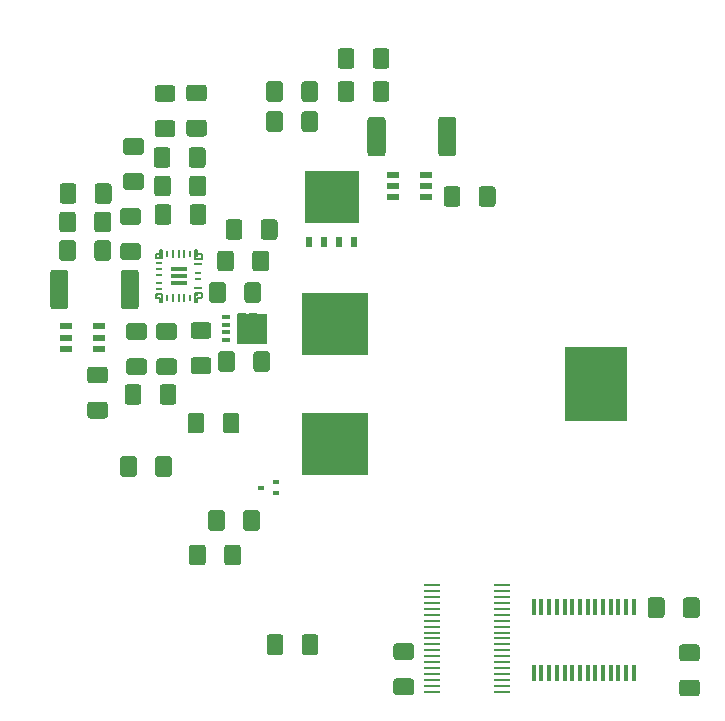
<source format=gbr>
G04 #@! TF.GenerationSoftware,KiCad,Pcbnew,(5.1.10)-1*
G04 #@! TF.CreationDate,2021-05-18T15:00:51+02:00*
G04 #@! TF.ProjectId,PEE50_MPPT,50454535-305f-44d5-9050-542e6b696361,rev?*
G04 #@! TF.SameCoordinates,Original*
G04 #@! TF.FileFunction,Paste,Top*
G04 #@! TF.FilePolarity,Positive*
%FSLAX46Y46*%
G04 Gerber Fmt 4.6, Leading zero omitted, Abs format (unit mm)*
G04 Created by KiCad (PCBNEW (5.1.10)-1) date 2021-05-18 15:00:51*
%MOMM*%
%LPD*%
G01*
G04 APERTURE LIST*
%ADD10C,0.152400*%
%ADD11C,0.306367*%
%ADD12R,0.249999X0.599999*%
%ADD13R,0.249999X0.725000*%
%ADD14C,0.289687*%
%ADD15R,0.625000X0.249999*%
%ADD16C,0.258750*%
%ADD17C,0.332306*%
%ADD18R,0.675000X0.249999*%
%ADD19R,0.599999X0.249999*%
%ADD20R,1.425001X0.375001*%
%ADD21R,0.354800X1.461999*%
%ADD22R,1.404099X0.279400*%
%ADD23R,5.283200X6.350000*%
%ADD24R,5.588000X5.334000*%
%ADD25R,0.508000X0.355600*%
%ADD26R,4.570001X4.490001*%
%ADD27R,0.509999X0.910001*%
%ADD28R,2.510000X2.550000*%
%ADD29R,0.700001X0.399999*%
%ADD30R,0.977900X0.558800*%
G04 APERTURE END LIST*
D10*
X40541800Y-74481800D02*
X40591800Y-74431800D01*
X40541800Y-75156800D02*
X40541800Y-74481800D01*
X40591800Y-75206800D02*
X40541800Y-75156800D01*
X41066798Y-75206800D02*
X40591800Y-75206800D01*
X41116798Y-75156800D02*
X41066798Y-75206800D01*
X41116800Y-74856801D02*
X41116798Y-75156800D01*
X41066798Y-74806801D02*
X41116800Y-74856801D01*
X40766798Y-74806801D02*
X41066798Y-74806801D01*
X40766798Y-74481800D02*
X40766798Y-74806801D01*
X40716798Y-74431800D02*
X40766798Y-74481800D01*
X40591800Y-74431800D02*
X40716798Y-74431800D01*
X40716798Y-78831802D02*
X40591800Y-78831802D01*
X40766798Y-78781802D02*
X40716798Y-78831802D01*
X40766798Y-78456801D02*
X40766798Y-78781802D01*
X41066798Y-78456801D02*
X40766798Y-78456801D01*
X41116800Y-78406801D02*
X41066798Y-78456801D01*
X41116798Y-78106802D02*
X41116800Y-78406801D01*
X41066798Y-78056799D02*
X41116798Y-78106802D01*
X40591800Y-78056802D02*
X41066798Y-78056799D01*
X40541798Y-78106802D02*
X40591800Y-78056802D01*
X40541798Y-78781802D02*
X40541798Y-78106802D01*
X40591800Y-78831799D02*
X40541798Y-78781802D01*
X40591800Y-78831802D02*
X40591800Y-78831799D01*
X37567800Y-74481800D02*
X37617798Y-74431800D01*
X37567798Y-74781802D02*
X37567800Y-74481800D01*
X37267798Y-74781802D02*
X37567798Y-74781802D01*
X37217799Y-74831802D02*
X37267798Y-74781802D01*
X37217799Y-75081802D02*
X37217799Y-74831802D01*
X37267798Y-75131801D02*
X37217799Y-75081802D01*
X37742799Y-75131801D02*
X37267798Y-75131801D01*
X37792799Y-75081802D02*
X37742799Y-75131801D01*
X37792799Y-74481800D02*
X37792799Y-75081802D01*
X37742799Y-74431800D02*
X37792799Y-74481800D01*
X37617798Y-74431800D02*
X37742799Y-74431800D01*
X37742799Y-78831802D02*
X37617798Y-78831802D01*
X37792801Y-78781802D02*
X37742799Y-78831802D01*
X37792799Y-78181800D02*
X37792801Y-78781802D01*
X37742799Y-78131801D02*
X37792799Y-78181800D01*
X37267798Y-78131801D02*
X37742799Y-78131801D01*
X37217799Y-78181800D02*
X37267798Y-78131801D01*
X37217799Y-78431800D02*
X37217799Y-78181800D01*
X37267798Y-78481800D02*
X37217799Y-78431800D01*
X37567798Y-78481800D02*
X37267798Y-78481800D01*
X37567800Y-78781802D02*
X37567798Y-78481800D01*
X37617798Y-78831802D02*
X37567800Y-78781802D01*
X52695799Y-72086804D02*
X51545799Y-72086804D01*
X51545799Y-72086804D02*
X51536045Y-72085841D01*
X51536045Y-72085841D02*
X51526665Y-72082996D01*
X51526665Y-72082996D02*
X51518021Y-72078376D01*
X51518021Y-72078376D02*
X51510445Y-72072158D01*
X51510445Y-72072158D02*
X51504227Y-72064581D01*
X51504227Y-72064581D02*
X51499604Y-72055938D01*
X51499604Y-72055938D02*
X51496759Y-72046557D01*
X51496759Y-72046557D02*
X51495799Y-72036801D01*
X51495799Y-72036801D02*
X51495799Y-70556804D01*
X51495799Y-70556804D02*
X51496759Y-70547048D01*
X51496759Y-70547048D02*
X51499604Y-70537668D01*
X51499604Y-70537668D02*
X51504227Y-70529024D01*
X51504227Y-70529024D02*
X51510445Y-70521447D01*
X51510445Y-70521447D02*
X51518021Y-70515230D01*
X51518021Y-70515230D02*
X51526665Y-70510609D01*
X51526665Y-70510609D02*
X51536045Y-70507764D01*
X51536045Y-70507764D02*
X51545799Y-70506804D01*
X51545799Y-70506804D02*
X52695799Y-70506804D01*
X52695799Y-70506804D02*
X52705553Y-70507764D01*
X52705553Y-70507764D02*
X52714933Y-70510609D01*
X52714933Y-70510609D02*
X52723577Y-70515230D01*
X52723577Y-70515230D02*
X52731153Y-70521447D01*
X52731153Y-70521447D02*
X52737371Y-70529024D01*
X52737371Y-70529024D02*
X52741994Y-70537668D01*
X52741994Y-70537668D02*
X52744839Y-70547048D01*
X52744839Y-70547048D02*
X52745799Y-70556804D01*
X52745799Y-70556804D02*
X52745799Y-72036801D01*
X52745799Y-72036801D02*
X52744839Y-72046557D01*
X52744839Y-72046557D02*
X52741994Y-72055938D01*
X52741994Y-72055938D02*
X52737371Y-72064581D01*
X52737371Y-72064581D02*
X52731153Y-72072158D01*
X52731153Y-72072158D02*
X52723577Y-72078376D01*
X52723577Y-72078376D02*
X52714933Y-72082996D01*
X52714933Y-72082996D02*
X52705553Y-72085841D01*
X52705553Y-72085841D02*
X52695799Y-72086804D01*
X51545799Y-68726800D02*
X52695799Y-68726800D01*
X52695799Y-68726800D02*
X52705553Y-68727763D01*
X52705553Y-68727763D02*
X52714933Y-68730608D01*
X52714933Y-68730608D02*
X52723577Y-68735228D01*
X52723577Y-68735228D02*
X52731153Y-68741446D01*
X52731153Y-68741446D02*
X52737371Y-68749023D01*
X52737371Y-68749023D02*
X52741994Y-68757666D01*
X52741994Y-68757666D02*
X52744839Y-68767047D01*
X52744839Y-68767047D02*
X52745799Y-68776803D01*
X52745799Y-68776803D02*
X52745799Y-70256800D01*
X52745799Y-70256800D02*
X52744839Y-70266556D01*
X52744839Y-70266556D02*
X52741994Y-70275936D01*
X52741994Y-70275936D02*
X52737371Y-70284580D01*
X52737371Y-70284580D02*
X52731153Y-70292157D01*
X52731153Y-70292157D02*
X52723577Y-70298375D01*
X52723577Y-70298375D02*
X52714933Y-70302995D01*
X52714933Y-70302995D02*
X52705553Y-70305840D01*
X52705553Y-70305840D02*
X52695799Y-70306800D01*
X52695799Y-70306800D02*
X51545799Y-70306800D01*
X51545799Y-70306800D02*
X51536045Y-70305840D01*
X51536045Y-70305840D02*
X51526665Y-70302995D01*
X51526665Y-70302995D02*
X51518021Y-70298375D01*
X51518021Y-70298375D02*
X51510445Y-70292157D01*
X51510445Y-70292157D02*
X51504227Y-70284580D01*
X51504227Y-70284580D02*
X51499604Y-70275936D01*
X51499604Y-70275936D02*
X51496759Y-70266556D01*
X51496759Y-70266556D02*
X51495799Y-70256800D01*
X51495799Y-70256800D02*
X51495799Y-68776803D01*
X51495799Y-68776803D02*
X51496759Y-68767047D01*
X51496759Y-68767047D02*
X51499604Y-68757666D01*
X51499604Y-68757666D02*
X51504227Y-68749023D01*
X51504227Y-68749023D02*
X51510445Y-68741446D01*
X51510445Y-68741446D02*
X51518021Y-68735228D01*
X51518021Y-68735228D02*
X51526665Y-68730608D01*
X51526665Y-68730608D02*
X51536045Y-68727763D01*
X51536045Y-68727763D02*
X51545799Y-68726800D01*
X50095799Y-68726800D02*
X51245799Y-68726800D01*
X51245799Y-68726800D02*
X51255553Y-68727763D01*
X51255553Y-68727763D02*
X51264933Y-68730608D01*
X51264933Y-68730608D02*
X51273577Y-68735228D01*
X51273577Y-68735228D02*
X51281154Y-68741446D01*
X51281154Y-68741446D02*
X51287372Y-68749023D01*
X51287372Y-68749023D02*
X51291994Y-68757666D01*
X51291994Y-68757666D02*
X51294839Y-68767047D01*
X51294839Y-68767047D02*
X51295799Y-68776803D01*
X51295799Y-68776803D02*
X51295799Y-70256800D01*
X51295799Y-70256800D02*
X51294839Y-70266556D01*
X51294839Y-70266556D02*
X51291994Y-70275936D01*
X51291994Y-70275936D02*
X51287372Y-70284580D01*
X51287372Y-70284580D02*
X51281154Y-70292157D01*
X51281154Y-70292157D02*
X51273577Y-70298375D01*
X51273577Y-70298375D02*
X51264933Y-70302995D01*
X51264933Y-70302995D02*
X51255553Y-70305840D01*
X51255553Y-70305840D02*
X51245799Y-70306800D01*
X51245799Y-70306800D02*
X50095799Y-70306800D01*
X50095799Y-70306800D02*
X50086046Y-70305840D01*
X50086046Y-70305840D02*
X50076665Y-70302995D01*
X50076665Y-70302995D02*
X50068022Y-70298375D01*
X50068022Y-70298375D02*
X50060445Y-70292157D01*
X50060445Y-70292157D02*
X50054227Y-70284580D01*
X50054227Y-70284580D02*
X50049604Y-70275936D01*
X50049604Y-70275936D02*
X50046759Y-70266556D01*
X50046759Y-70266556D02*
X50045799Y-70256800D01*
X50045799Y-70256800D02*
X50045799Y-68776803D01*
X50045799Y-68776803D02*
X50046759Y-68767047D01*
X50046759Y-68767047D02*
X50049604Y-68757666D01*
X50049604Y-68757666D02*
X50054227Y-68749023D01*
X50054227Y-68749023D02*
X50060445Y-68741446D01*
X50060445Y-68741446D02*
X50068022Y-68735228D01*
X50068022Y-68735228D02*
X50076665Y-68730608D01*
X50076665Y-68730608D02*
X50086046Y-68727763D01*
X50086046Y-68727763D02*
X50095799Y-68726800D01*
X51245799Y-72086804D02*
X50095799Y-72086804D01*
X50095799Y-72086804D02*
X50086046Y-72085841D01*
X50086046Y-72085841D02*
X50076665Y-72082996D01*
X50076665Y-72082996D02*
X50068022Y-72078376D01*
X50068022Y-72078376D02*
X50060445Y-72072158D01*
X50060445Y-72072158D02*
X50054227Y-72064581D01*
X50054227Y-72064581D02*
X50049604Y-72055938D01*
X50049604Y-72055938D02*
X50046759Y-72046557D01*
X50046759Y-72046557D02*
X50045799Y-72036801D01*
X50045799Y-72036801D02*
X50045799Y-70556804D01*
X50045799Y-70556804D02*
X50046759Y-70547048D01*
X50046759Y-70547048D02*
X50049604Y-70537668D01*
X50049604Y-70537668D02*
X50054227Y-70529024D01*
X50054227Y-70529024D02*
X50060445Y-70521447D01*
X50060445Y-70521447D02*
X50068022Y-70515230D01*
X50068022Y-70515230D02*
X50076665Y-70510609D01*
X50076665Y-70510609D02*
X50086046Y-70507764D01*
X50086046Y-70507764D02*
X50095799Y-70506804D01*
X50095799Y-70506804D02*
X51245799Y-70506804D01*
X51245799Y-70506804D02*
X51255553Y-70507764D01*
X51255553Y-70507764D02*
X51264933Y-70510609D01*
X51264933Y-70510609D02*
X51273577Y-70515230D01*
X51273577Y-70515230D02*
X51281154Y-70521447D01*
X51281154Y-70521447D02*
X51287372Y-70529024D01*
X51287372Y-70529024D02*
X51291994Y-70537668D01*
X51291994Y-70537668D02*
X51294839Y-70547048D01*
X51294839Y-70547048D02*
X51295799Y-70556804D01*
X51295799Y-70556804D02*
X51295799Y-72036801D01*
X51295799Y-72036801D02*
X51294839Y-72046557D01*
X51294839Y-72046557D02*
X51291994Y-72055938D01*
X51291994Y-72055938D02*
X51287372Y-72064581D01*
X51287372Y-72064581D02*
X51281154Y-72072158D01*
X51281154Y-72072158D02*
X51273577Y-72078376D01*
X51273577Y-72078376D02*
X51264933Y-72082996D01*
X51264933Y-72082996D02*
X51255553Y-72085841D01*
X51255553Y-72085841D02*
X51245799Y-72086804D01*
X54145799Y-72086804D02*
X52995799Y-72086804D01*
X52995799Y-72086804D02*
X52986045Y-72085841D01*
X52986045Y-72085841D02*
X52976665Y-72082996D01*
X52976665Y-72082996D02*
X52968021Y-72078376D01*
X52968021Y-72078376D02*
X52960444Y-72072158D01*
X52960444Y-72072158D02*
X52954226Y-72064581D01*
X52954226Y-72064581D02*
X52949604Y-72055938D01*
X52949604Y-72055938D02*
X52946759Y-72046557D01*
X52946759Y-72046557D02*
X52945799Y-72036801D01*
X52945799Y-72036801D02*
X52945799Y-70556804D01*
X52945799Y-70556804D02*
X52946759Y-70547048D01*
X52946759Y-70547048D02*
X52949604Y-70537668D01*
X52949604Y-70537668D02*
X52954226Y-70529024D01*
X52954226Y-70529024D02*
X52960444Y-70521447D01*
X52960444Y-70521447D02*
X52968021Y-70515230D01*
X52968021Y-70515230D02*
X52976665Y-70510609D01*
X52976665Y-70510609D02*
X52986045Y-70507764D01*
X52986045Y-70507764D02*
X52995799Y-70506804D01*
X52995799Y-70506804D02*
X54145799Y-70506804D01*
X54145799Y-70506804D02*
X54155552Y-70507764D01*
X54155552Y-70507764D02*
X54164933Y-70510609D01*
X54164933Y-70510609D02*
X54173576Y-70515230D01*
X54173576Y-70515230D02*
X54181153Y-70521447D01*
X54181153Y-70521447D02*
X54187371Y-70529024D01*
X54187371Y-70529024D02*
X54191994Y-70537668D01*
X54191994Y-70537668D02*
X54194839Y-70547048D01*
X54194839Y-70547048D02*
X54195799Y-70556804D01*
X54195799Y-70556804D02*
X54195799Y-72036801D01*
X54195799Y-72036801D02*
X54194839Y-72046557D01*
X54194839Y-72046557D02*
X54191994Y-72055938D01*
X54191994Y-72055938D02*
X54187371Y-72064581D01*
X54187371Y-72064581D02*
X54181153Y-72072158D01*
X54181153Y-72072158D02*
X54173576Y-72078376D01*
X54173576Y-72078376D02*
X54164933Y-72082996D01*
X54164933Y-72082996D02*
X54155552Y-72085841D01*
X54155552Y-72085841D02*
X54145799Y-72086804D01*
X52995799Y-68726800D02*
X54145799Y-68726800D01*
X54145799Y-68726800D02*
X54155552Y-68727763D01*
X54155552Y-68727763D02*
X54164933Y-68730608D01*
X54164933Y-68730608D02*
X54173576Y-68735228D01*
X54173576Y-68735228D02*
X54181153Y-68741446D01*
X54181153Y-68741446D02*
X54187371Y-68749023D01*
X54187371Y-68749023D02*
X54191994Y-68757666D01*
X54191994Y-68757666D02*
X54194839Y-68767047D01*
X54194839Y-68767047D02*
X54195799Y-68776803D01*
X54195799Y-68776803D02*
X54195799Y-70256800D01*
X54195799Y-70256800D02*
X54194839Y-70266556D01*
X54194839Y-70266556D02*
X54191994Y-70275936D01*
X54191994Y-70275936D02*
X54187371Y-70284580D01*
X54187371Y-70284580D02*
X54181153Y-70292157D01*
X54181153Y-70292157D02*
X54173576Y-70298375D01*
X54173576Y-70298375D02*
X54164933Y-70302995D01*
X54164933Y-70302995D02*
X54155552Y-70305840D01*
X54155552Y-70305840D02*
X54145799Y-70306800D01*
X54145799Y-70306800D02*
X52995799Y-70306800D01*
X52995799Y-70306800D02*
X52986045Y-70305840D01*
X52986045Y-70305840D02*
X52976665Y-70302995D01*
X52976665Y-70302995D02*
X52968021Y-70298375D01*
X52968021Y-70298375D02*
X52960444Y-70292157D01*
X52960444Y-70292157D02*
X52954226Y-70284580D01*
X52954226Y-70284580D02*
X52949604Y-70275936D01*
X52949604Y-70275936D02*
X52946759Y-70266556D01*
X52946759Y-70266556D02*
X52945799Y-70256800D01*
X52945799Y-70256800D02*
X52945799Y-68776803D01*
X52945799Y-68776803D02*
X52946759Y-68767047D01*
X52946759Y-68767047D02*
X52949604Y-68757666D01*
X52949604Y-68757666D02*
X52954226Y-68749023D01*
X52954226Y-68749023D02*
X52960444Y-68741446D01*
X52960444Y-68741446D02*
X52968021Y-68735228D01*
X52968021Y-68735228D02*
X52976665Y-68730608D01*
X52976665Y-68730608D02*
X52986045Y-68727763D01*
X52986045Y-68727763D02*
X52995799Y-68726800D01*
X44899797Y-79901157D02*
X44899797Y-80927454D01*
X44899797Y-80927454D02*
X44898850Y-80937083D01*
X44898850Y-80937083D02*
X44896043Y-80946342D01*
X44896043Y-80946342D02*
X44891481Y-80954873D01*
X44891481Y-80954873D02*
X44885345Y-80962351D01*
X44885345Y-80962351D02*
X44877867Y-80968488D01*
X44877867Y-80968488D02*
X44869335Y-80973050D01*
X44869335Y-80973050D02*
X44860077Y-80975856D01*
X44860077Y-80975856D02*
X44850448Y-80976806D01*
X44850448Y-80976806D02*
X44244150Y-80976806D01*
X44244150Y-80976806D02*
X44234521Y-80975856D01*
X44234521Y-80975856D02*
X44225262Y-80973050D01*
X44225262Y-80973050D02*
X44216730Y-80968488D01*
X44216730Y-80968488D02*
X44209253Y-80962351D01*
X44209253Y-80962351D02*
X44203116Y-80954873D01*
X44203116Y-80954873D02*
X44198554Y-80946342D01*
X44198554Y-80946342D02*
X44195748Y-80937083D01*
X44195748Y-80937083D02*
X44194798Y-80927454D01*
X44194798Y-80927454D02*
X44194798Y-79901157D01*
X44194798Y-79901157D02*
X44195748Y-79891528D01*
X44195748Y-79891528D02*
X44198554Y-79882269D01*
X44198554Y-79882269D02*
X44203116Y-79873738D01*
X44203116Y-79873738D02*
X44209253Y-79866260D01*
X44209253Y-79866260D02*
X44216730Y-79860123D01*
X44216730Y-79860123D02*
X44225262Y-79855561D01*
X44225262Y-79855561D02*
X44234521Y-79852755D01*
X44234521Y-79852755D02*
X44244150Y-79851807D01*
X44244150Y-79851807D02*
X44850448Y-79851807D01*
X44850448Y-79851807D02*
X44860077Y-79852755D01*
X44860077Y-79852755D02*
X44869335Y-79855561D01*
X44869335Y-79855561D02*
X44877867Y-79860123D01*
X44877867Y-79860123D02*
X44885345Y-79866260D01*
X44885345Y-79866260D02*
X44891481Y-79873738D01*
X44891481Y-79873738D02*
X44896043Y-79882269D01*
X44896043Y-79882269D02*
X44898850Y-79891528D01*
X44898850Y-79891528D02*
X44899797Y-79901157D01*
X44899797Y-81226153D02*
X44899797Y-82252450D01*
X44899797Y-82252450D02*
X44898850Y-82262079D01*
X44898850Y-82262079D02*
X44896043Y-82271338D01*
X44896043Y-82271338D02*
X44891481Y-82279869D01*
X44891481Y-82279869D02*
X44885345Y-82287347D01*
X44885345Y-82287347D02*
X44877867Y-82293484D01*
X44877867Y-82293484D02*
X44869335Y-82298046D01*
X44869335Y-82298046D02*
X44860077Y-82300852D01*
X44860077Y-82300852D02*
X44850448Y-82301800D01*
X44850448Y-82301800D02*
X44244150Y-82301800D01*
X44244150Y-82301800D02*
X44234521Y-82300852D01*
X44234521Y-82300852D02*
X44225262Y-82298046D01*
X44225262Y-82298046D02*
X44216730Y-82293484D01*
X44216730Y-82293484D02*
X44209253Y-82287347D01*
X44209253Y-82287347D02*
X44203116Y-82279869D01*
X44203116Y-82279869D02*
X44198554Y-82271338D01*
X44198554Y-82271338D02*
X44195748Y-82262079D01*
X44195748Y-82262079D02*
X44194798Y-82252450D01*
X44194798Y-82252450D02*
X44194798Y-81226153D01*
X44194798Y-81226153D02*
X44195748Y-81216524D01*
X44195748Y-81216524D02*
X44198554Y-81207266D01*
X44198554Y-81207266D02*
X44203116Y-81198734D01*
X44203116Y-81198734D02*
X44209253Y-81191256D01*
X44209253Y-81191256D02*
X44216730Y-81185119D01*
X44216730Y-81185119D02*
X44225262Y-81180557D01*
X44225262Y-81180557D02*
X44234521Y-81177751D01*
X44234521Y-81177751D02*
X44244150Y-81176801D01*
X44244150Y-81176801D02*
X44850448Y-81176801D01*
X44850448Y-81176801D02*
X44860077Y-81177751D01*
X44860077Y-81177751D02*
X44869335Y-81180557D01*
X44869335Y-81180557D02*
X44877867Y-81185119D01*
X44877867Y-81185119D02*
X44885345Y-81191256D01*
X44885345Y-81191256D02*
X44891481Y-81198734D01*
X44891481Y-81198734D02*
X44896043Y-81207266D01*
X44896043Y-81207266D02*
X44898850Y-81216524D01*
X44898850Y-81216524D02*
X44899797Y-81226153D01*
X45099797Y-82252450D02*
X45099797Y-81226153D01*
X45099797Y-81226153D02*
X45100747Y-81216524D01*
X45100747Y-81216524D02*
X45103554Y-81207266D01*
X45103554Y-81207266D02*
X45108116Y-81198734D01*
X45108116Y-81198734D02*
X45114252Y-81191256D01*
X45114252Y-81191256D02*
X45121730Y-81185119D01*
X45121730Y-81185119D02*
X45130262Y-81180557D01*
X45130262Y-81180557D02*
X45139520Y-81177751D01*
X45139520Y-81177751D02*
X45149149Y-81176801D01*
X45149149Y-81176801D02*
X45755447Y-81176801D01*
X45755447Y-81176801D02*
X45765076Y-81177751D01*
X45765076Y-81177751D02*
X45774335Y-81180557D01*
X45774335Y-81180557D02*
X45782867Y-81185119D01*
X45782867Y-81185119D02*
X45790344Y-81191256D01*
X45790344Y-81191256D02*
X45796481Y-81198734D01*
X45796481Y-81198734D02*
X45801043Y-81207266D01*
X45801043Y-81207266D02*
X45803849Y-81216524D01*
X45803849Y-81216524D02*
X45804797Y-81226153D01*
X45804797Y-81226153D02*
X45804797Y-82252450D01*
X45804797Y-82252450D02*
X45803849Y-82262079D01*
X45803849Y-82262079D02*
X45801043Y-82271338D01*
X45801043Y-82271338D02*
X45796481Y-82279869D01*
X45796481Y-82279869D02*
X45790344Y-82287347D01*
X45790344Y-82287347D02*
X45782867Y-82293484D01*
X45782867Y-82293484D02*
X45774335Y-82298046D01*
X45774335Y-82298046D02*
X45765076Y-82300852D01*
X45765076Y-82300852D02*
X45755447Y-82301800D01*
X45755447Y-82301800D02*
X45149149Y-82301800D01*
X45149149Y-82301800D02*
X45139520Y-82300852D01*
X45139520Y-82300852D02*
X45130262Y-82298046D01*
X45130262Y-82298046D02*
X45121730Y-82293484D01*
X45121730Y-82293484D02*
X45114252Y-82287347D01*
X45114252Y-82287347D02*
X45108116Y-82279869D01*
X45108116Y-82279869D02*
X45103554Y-82271338D01*
X45103554Y-82271338D02*
X45100747Y-82262079D01*
X45100747Y-82262079D02*
X45099797Y-82252450D01*
X45099797Y-80927454D02*
X45099797Y-79901157D01*
X45099797Y-79901157D02*
X45100747Y-79891528D01*
X45100747Y-79891528D02*
X45103554Y-79882269D01*
X45103554Y-79882269D02*
X45108116Y-79873738D01*
X45108116Y-79873738D02*
X45114252Y-79866260D01*
X45114252Y-79866260D02*
X45121730Y-79860123D01*
X45121730Y-79860123D02*
X45130262Y-79855561D01*
X45130262Y-79855561D02*
X45139520Y-79852755D01*
X45139520Y-79852755D02*
X45149149Y-79851807D01*
X45149149Y-79851807D02*
X45755447Y-79851807D01*
X45755447Y-79851807D02*
X45765076Y-79852755D01*
X45765076Y-79852755D02*
X45774335Y-79855561D01*
X45774335Y-79855561D02*
X45782867Y-79860123D01*
X45782867Y-79860123D02*
X45790344Y-79866260D01*
X45790344Y-79866260D02*
X45796481Y-79873738D01*
X45796481Y-79873738D02*
X45801043Y-79882269D01*
X45801043Y-79882269D02*
X45803849Y-79891528D01*
X45803849Y-79891528D02*
X45804797Y-79901157D01*
X45804797Y-79901157D02*
X45804797Y-80927454D01*
X45804797Y-80927454D02*
X45803849Y-80937083D01*
X45803849Y-80937083D02*
X45801043Y-80946342D01*
X45801043Y-80946342D02*
X45796481Y-80954873D01*
X45796481Y-80954873D02*
X45790344Y-80962351D01*
X45790344Y-80962351D02*
X45782867Y-80968488D01*
X45782867Y-80968488D02*
X45774335Y-80973050D01*
X45774335Y-80973050D02*
X45765076Y-80975856D01*
X45765076Y-80975856D02*
X45755447Y-80976806D01*
X45755447Y-80976806D02*
X45149149Y-80976806D01*
X45149149Y-80976806D02*
X45139520Y-80975856D01*
X45139520Y-80975856D02*
X45130262Y-80973050D01*
X45130262Y-80973050D02*
X45121730Y-80968488D01*
X45121730Y-80968488D02*
X45114252Y-80962351D01*
X45114252Y-80962351D02*
X45108116Y-80954873D01*
X45108116Y-80954873D02*
X45103554Y-80946342D01*
X45103554Y-80946342D02*
X45100747Y-80937083D01*
X45100747Y-80937083D02*
X45099797Y-80927454D01*
D11*
X40721487Y-74970862D03*
D12*
X40166800Y-74731802D03*
D13*
X39666798Y-74794301D03*
X39166799Y-74794301D03*
X38666800Y-74794301D03*
D12*
X38166798Y-74731802D03*
D14*
X37613111Y-74970862D03*
D15*
X37529299Y-75506802D03*
X37529299Y-76006801D03*
X37529299Y-76506800D03*
X37529299Y-77256801D03*
X37529299Y-77756800D03*
D16*
X37361550Y-78275552D03*
D12*
X38166798Y-78531800D03*
D13*
X38666800Y-78469301D03*
X39166799Y-78469301D03*
X39666798Y-78469301D03*
D12*
X40166800Y-78531800D03*
D17*
X40757423Y-78272425D03*
D18*
X40779300Y-77681801D03*
D19*
X40816798Y-76881801D03*
X40816798Y-76381801D03*
D18*
X40779300Y-75581801D03*
D20*
X39166799Y-76006801D03*
X39166799Y-76631801D03*
X39166799Y-77256801D03*
G36*
G01*
X83048000Y-112218500D02*
X81798000Y-112218500D01*
G75*
G02*
X81548000Y-111968500I0J250000D01*
G01*
X81548000Y-111043500D01*
G75*
G02*
X81798000Y-110793500I250000J0D01*
G01*
X83048000Y-110793500D01*
G75*
G02*
X83298000Y-111043500I0J-250000D01*
G01*
X83298000Y-111968500D01*
G75*
G02*
X83048000Y-112218500I-250000J0D01*
G01*
G37*
G36*
G01*
X83048000Y-109243500D02*
X81798000Y-109243500D01*
G75*
G02*
X81548000Y-108993500I0J250000D01*
G01*
X81548000Y-108068500D01*
G75*
G02*
X81798000Y-107818500I250000J0D01*
G01*
X83048000Y-107818500D01*
G75*
G02*
X83298000Y-108068500I0J-250000D01*
G01*
X83298000Y-108993500D01*
G75*
G02*
X83048000Y-109243500I-250000J0D01*
G01*
G37*
G36*
G01*
X78889500Y-105336500D02*
X78889500Y-104086500D01*
G75*
G02*
X79139500Y-103836500I250000J0D01*
G01*
X80064500Y-103836500D01*
G75*
G02*
X80314500Y-104086500I0J-250000D01*
G01*
X80314500Y-105336500D01*
G75*
G02*
X80064500Y-105586500I-250000J0D01*
G01*
X79139500Y-105586500D01*
G75*
G02*
X78889500Y-105336500I0J250000D01*
G01*
G37*
G36*
G01*
X81864500Y-105336500D02*
X81864500Y-104086500D01*
G75*
G02*
X82114500Y-103836500I250000J0D01*
G01*
X83039500Y-103836500D01*
G75*
G02*
X83289500Y-104086500I0J-250000D01*
G01*
X83289500Y-105336500D01*
G75*
G02*
X83039500Y-105586500I-250000J0D01*
G01*
X82114500Y-105586500D01*
G75*
G02*
X81864500Y-105336500I0J250000D01*
G01*
G37*
G36*
G01*
X49587500Y-108475000D02*
X49587500Y-107225000D01*
G75*
G02*
X49837500Y-106975000I250000J0D01*
G01*
X50762500Y-106975000D01*
G75*
G02*
X51012500Y-107225000I0J-250000D01*
G01*
X51012500Y-108475000D01*
G75*
G02*
X50762500Y-108725000I-250000J0D01*
G01*
X49837500Y-108725000D01*
G75*
G02*
X49587500Y-108475000I0J250000D01*
G01*
G37*
G36*
G01*
X46612500Y-108475000D02*
X46612500Y-107225000D01*
G75*
G02*
X46862500Y-106975000I250000J0D01*
G01*
X47787500Y-106975000D01*
G75*
G02*
X48037500Y-107225000I0J-250000D01*
G01*
X48037500Y-108475000D01*
G75*
G02*
X47787500Y-108725000I-250000J0D01*
G01*
X46862500Y-108725000D01*
G75*
G02*
X46612500Y-108475000I0J250000D01*
G01*
G37*
D21*
X77694500Y-110261400D03*
X77044499Y-110261400D03*
X76394500Y-110261400D03*
X75744499Y-110261400D03*
X75094501Y-110261400D03*
X74444499Y-110261400D03*
X73794501Y-110261400D03*
X73144499Y-110261400D03*
X72494501Y-110261400D03*
X71844499Y-110261400D03*
X71194501Y-110261400D03*
X70544500Y-110261400D03*
X69894501Y-110261400D03*
X69244500Y-110261400D03*
X69244502Y-104622600D03*
X69894501Y-104622600D03*
X70544502Y-104622600D03*
X71194501Y-104622600D03*
X71844502Y-104622600D03*
X72494501Y-104622600D03*
X73144502Y-104622600D03*
X73794501Y-104622600D03*
X74444499Y-104622600D03*
X75094501Y-104622600D03*
X75744499Y-104622600D03*
X76394500Y-104622600D03*
X77044499Y-104622600D03*
X77694500Y-104622600D03*
G36*
G01*
X57604500Y-107718500D02*
X58854500Y-107718500D01*
G75*
G02*
X59104500Y-107968500I0J-250000D01*
G01*
X59104500Y-108893500D01*
G75*
G02*
X58854500Y-109143500I-250000J0D01*
G01*
X57604500Y-109143500D01*
G75*
G02*
X57354500Y-108893500I0J250000D01*
G01*
X57354500Y-107968500D01*
G75*
G02*
X57604500Y-107718500I250000J0D01*
G01*
G37*
G36*
G01*
X57604500Y-110693500D02*
X58854500Y-110693500D01*
G75*
G02*
X59104500Y-110943500I0J-250000D01*
G01*
X59104500Y-111868500D01*
G75*
G02*
X58854500Y-112118500I-250000J0D01*
G01*
X57604500Y-112118500D01*
G75*
G02*
X57354500Y-111868500I0J250000D01*
G01*
X57354500Y-110943500D01*
G75*
G02*
X57604500Y-110693500I250000J0D01*
G01*
G37*
D22*
X66513448Y-102814999D03*
X66513448Y-103315000D03*
X66513448Y-103814999D03*
X66513448Y-104315001D03*
X66513448Y-104815000D03*
X66513448Y-105314999D03*
X66513448Y-105815000D03*
X66513448Y-106314999D03*
X66513448Y-106814998D03*
X66513448Y-107315000D03*
X66513448Y-107814999D03*
X66513448Y-108315001D03*
X66513448Y-108815000D03*
X66513448Y-109314999D03*
X66513448Y-109815000D03*
X66513448Y-110314999D03*
X66513448Y-110815001D03*
X66513448Y-111315000D03*
X66513448Y-111814999D03*
X60613552Y-111815001D03*
X60613552Y-111315000D03*
X60613552Y-110815001D03*
X60613552Y-110314999D03*
X60613552Y-109815000D03*
X60613552Y-109315001D03*
X60613552Y-108815000D03*
X60613552Y-108315001D03*
X60613552Y-107814999D03*
X60613552Y-107315000D03*
X60613552Y-106815001D03*
X60613552Y-106314999D03*
X60613552Y-105815000D03*
X60613552Y-105314999D03*
X60613552Y-104815000D03*
X60613552Y-104315001D03*
X60613552Y-103814999D03*
X60613552Y-103315000D03*
X60613552Y-102815001D03*
G36*
G01*
X38482299Y-65973801D02*
X38482299Y-67223801D01*
G75*
G02*
X38232299Y-67473801I-250000J0D01*
G01*
X37307299Y-67473801D01*
G75*
G02*
X37057299Y-67223801I0J250000D01*
G01*
X37057299Y-65973801D01*
G75*
G02*
X37307299Y-65723801I250000J0D01*
G01*
X38232299Y-65723801D01*
G75*
G02*
X38482299Y-65973801I0J-250000D01*
G01*
G37*
G36*
G01*
X41457299Y-65973801D02*
X41457299Y-67223801D01*
G75*
G02*
X41207299Y-67473801I-250000J0D01*
G01*
X40282299Y-67473801D01*
G75*
G02*
X40032299Y-67223801I0J250000D01*
G01*
X40032299Y-65973801D01*
G75*
G02*
X40282299Y-65723801I250000J0D01*
G01*
X41207299Y-65723801D01*
G75*
G02*
X41457299Y-65973801I0J-250000D01*
G01*
G37*
G36*
G01*
X41493799Y-68386801D02*
X41493799Y-69636801D01*
G75*
G02*
X41243799Y-69886801I-250000J0D01*
G01*
X40318799Y-69886801D01*
G75*
G02*
X40068799Y-69636801I0J250000D01*
G01*
X40068799Y-68386801D01*
G75*
G02*
X40318799Y-68136801I250000J0D01*
G01*
X41243799Y-68136801D01*
G75*
G02*
X41493799Y-68386801I0J-250000D01*
G01*
G37*
G36*
G01*
X38518799Y-68386801D02*
X38518799Y-69636801D01*
G75*
G02*
X38268799Y-69886801I-250000J0D01*
G01*
X37343799Y-69886801D01*
G75*
G02*
X37093799Y-69636801I0J250000D01*
G01*
X37093799Y-68386801D01*
G75*
G02*
X37343799Y-68136801I250000J0D01*
G01*
X38268799Y-68136801D01*
G75*
G02*
X38518799Y-68386801I0J-250000D01*
G01*
G37*
G36*
G01*
X38555299Y-70799801D02*
X38555299Y-72049801D01*
G75*
G02*
X38305299Y-72299801I-250000J0D01*
G01*
X37380299Y-72299801D01*
G75*
G02*
X37130299Y-72049801I0J250000D01*
G01*
X37130299Y-70799801D01*
G75*
G02*
X37380299Y-70549801I250000J0D01*
G01*
X38305299Y-70549801D01*
G75*
G02*
X38555299Y-70799801I0J-250000D01*
G01*
G37*
G36*
G01*
X41530299Y-70799801D02*
X41530299Y-72049801D01*
G75*
G02*
X41280299Y-72299801I-250000J0D01*
G01*
X40355299Y-72299801D01*
G75*
G02*
X40105299Y-72049801I0J250000D01*
G01*
X40105299Y-70799801D01*
G75*
G02*
X40355299Y-70549801I250000J0D01*
G01*
X41280299Y-70549801D01*
G75*
G02*
X41530299Y-70799801I0J-250000D01*
G01*
G37*
G36*
G01*
X46827799Y-74736801D02*
X46827799Y-75986801D01*
G75*
G02*
X46577799Y-76236801I-250000J0D01*
G01*
X45652799Y-76236801D01*
G75*
G02*
X45402799Y-75986801I0J250000D01*
G01*
X45402799Y-74736801D01*
G75*
G02*
X45652799Y-74486801I250000J0D01*
G01*
X46577799Y-74486801D01*
G75*
G02*
X46827799Y-74736801I0J-250000D01*
G01*
G37*
G36*
G01*
X43852799Y-74736801D02*
X43852799Y-75986801D01*
G75*
G02*
X43602799Y-76236801I-250000J0D01*
G01*
X42677799Y-76236801D01*
G75*
G02*
X42427799Y-75986801I0J250000D01*
G01*
X42427799Y-74736801D01*
G75*
G02*
X42677799Y-74486801I250000J0D01*
G01*
X43602799Y-74486801D01*
G75*
G02*
X43852799Y-74736801I0J-250000D01*
G01*
G37*
G36*
G01*
X40446799Y-83502801D02*
X41696799Y-83502801D01*
G75*
G02*
X41946799Y-83752801I0J-250000D01*
G01*
X41946799Y-84677801D01*
G75*
G02*
X41696799Y-84927801I-250000J0D01*
G01*
X40446799Y-84927801D01*
G75*
G02*
X40196799Y-84677801I0J250000D01*
G01*
X40196799Y-83752801D01*
G75*
G02*
X40446799Y-83502801I250000J0D01*
G01*
G37*
G36*
G01*
X40446799Y-80527801D02*
X41696799Y-80527801D01*
G75*
G02*
X41946799Y-80777801I0J-250000D01*
G01*
X41946799Y-81702801D01*
G75*
G02*
X41696799Y-81952801I-250000J0D01*
G01*
X40446799Y-81952801D01*
G75*
G02*
X40196799Y-81702801I0J250000D01*
G01*
X40196799Y-80777801D01*
G75*
G02*
X40446799Y-80527801I250000J0D01*
G01*
G37*
G36*
G01*
X44731299Y-78653801D02*
X44731299Y-77403801D01*
G75*
G02*
X44981299Y-77153801I250000J0D01*
G01*
X45906299Y-77153801D01*
G75*
G02*
X46156299Y-77403801I0J-250000D01*
G01*
X46156299Y-78653801D01*
G75*
G02*
X45906299Y-78903801I-250000J0D01*
G01*
X44981299Y-78903801D01*
G75*
G02*
X44731299Y-78653801I0J250000D01*
G01*
G37*
G36*
G01*
X41756299Y-78653801D02*
X41756299Y-77403801D01*
G75*
G02*
X42006299Y-77153801I250000J0D01*
G01*
X42931299Y-77153801D01*
G75*
G02*
X43181299Y-77403801I0J-250000D01*
G01*
X43181299Y-78653801D01*
G75*
G02*
X42931299Y-78903801I-250000J0D01*
G01*
X42006299Y-78903801D01*
G75*
G02*
X41756299Y-78653801I0J250000D01*
G01*
G37*
G36*
G01*
X33456299Y-73847801D02*
X33456299Y-75097801D01*
G75*
G02*
X33206299Y-75347801I-250000J0D01*
G01*
X32281299Y-75347801D01*
G75*
G02*
X32031299Y-75097801I0J250000D01*
G01*
X32031299Y-73847801D01*
G75*
G02*
X32281299Y-73597801I250000J0D01*
G01*
X33206299Y-73597801D01*
G75*
G02*
X33456299Y-73847801I0J-250000D01*
G01*
G37*
G36*
G01*
X30481299Y-73847801D02*
X30481299Y-75097801D01*
G75*
G02*
X30231299Y-75347801I-250000J0D01*
G01*
X29306299Y-75347801D01*
G75*
G02*
X29056299Y-75097801I0J250000D01*
G01*
X29056299Y-73847801D01*
G75*
G02*
X29306299Y-73597801I250000J0D01*
G01*
X30231299Y-73597801D01*
G75*
G02*
X30481299Y-73847801I0J-250000D01*
G01*
G37*
G36*
G01*
X30481299Y-71434801D02*
X30481299Y-72684801D01*
G75*
G02*
X30231299Y-72934801I-250000J0D01*
G01*
X29306299Y-72934801D01*
G75*
G02*
X29056299Y-72684801I0J250000D01*
G01*
X29056299Y-71434801D01*
G75*
G02*
X29306299Y-71184801I250000J0D01*
G01*
X30231299Y-71184801D01*
G75*
G02*
X30481299Y-71434801I0J-250000D01*
G01*
G37*
G36*
G01*
X33456299Y-71434801D02*
X33456299Y-72684801D01*
G75*
G02*
X33206299Y-72934801I-250000J0D01*
G01*
X32281299Y-72934801D01*
G75*
G02*
X32031299Y-72684801I0J250000D01*
G01*
X32031299Y-71434801D01*
G75*
G02*
X32281299Y-71184801I250000J0D01*
G01*
X33206299Y-71184801D01*
G75*
G02*
X33456299Y-71434801I0J-250000D01*
G01*
G37*
G36*
G01*
X38775799Y-85018301D02*
X37525799Y-85018301D01*
G75*
G02*
X37275799Y-84768301I0J250000D01*
G01*
X37275799Y-83843301D01*
G75*
G02*
X37525799Y-83593301I250000J0D01*
G01*
X38775799Y-83593301D01*
G75*
G02*
X39025799Y-83843301I0J-250000D01*
G01*
X39025799Y-84768301D01*
G75*
G02*
X38775799Y-85018301I-250000J0D01*
G01*
G37*
G36*
G01*
X38775799Y-82043301D02*
X37525799Y-82043301D01*
G75*
G02*
X37275799Y-81793301I0J250000D01*
G01*
X37275799Y-80868301D01*
G75*
G02*
X37525799Y-80618301I250000J0D01*
G01*
X38775799Y-80618301D01*
G75*
G02*
X39025799Y-80868301I0J-250000D01*
G01*
X39025799Y-81793301D01*
G75*
G02*
X38775799Y-82043301I-250000J0D01*
G01*
G37*
G36*
G01*
X33492799Y-69021801D02*
X33492799Y-70271801D01*
G75*
G02*
X33242799Y-70521801I-250000J0D01*
G01*
X32317799Y-70521801D01*
G75*
G02*
X32067799Y-70271801I0J250000D01*
G01*
X32067799Y-69021801D01*
G75*
G02*
X32317799Y-68771801I250000J0D01*
G01*
X33242799Y-68771801D01*
G75*
G02*
X33492799Y-69021801I0J-250000D01*
G01*
G37*
G36*
G01*
X30517799Y-69021801D02*
X30517799Y-70271801D01*
G75*
G02*
X30267799Y-70521801I-250000J0D01*
G01*
X29342799Y-70521801D01*
G75*
G02*
X29092799Y-70271801I0J250000D01*
G01*
X29092799Y-69021801D01*
G75*
G02*
X29342799Y-68771801I250000J0D01*
G01*
X30267799Y-68771801D01*
G75*
G02*
X30517799Y-69021801I0J-250000D01*
G01*
G37*
G36*
G01*
X35727799Y-72300801D02*
X34477799Y-72300801D01*
G75*
G02*
X34227799Y-72050801I0J250000D01*
G01*
X34227799Y-71125801D01*
G75*
G02*
X34477799Y-70875801I250000J0D01*
G01*
X35727799Y-70875801D01*
G75*
G02*
X35977799Y-71125801I0J-250000D01*
G01*
X35977799Y-72050801D01*
G75*
G02*
X35727799Y-72300801I-250000J0D01*
G01*
G37*
G36*
G01*
X35727799Y-75275801D02*
X34477799Y-75275801D01*
G75*
G02*
X34227799Y-75025801I0J250000D01*
G01*
X34227799Y-74100801D01*
G75*
G02*
X34477799Y-73850801I250000J0D01*
G01*
X35727799Y-73850801D01*
G75*
G02*
X35977799Y-74100801I0J-250000D01*
G01*
X35977799Y-75025801D01*
G75*
G02*
X35727799Y-75275801I-250000J0D01*
G01*
G37*
G36*
G01*
X64579799Y-70525801D02*
X64579799Y-69275801D01*
G75*
G02*
X64829799Y-69025801I250000J0D01*
G01*
X65754799Y-69025801D01*
G75*
G02*
X66004799Y-69275801I0J-250000D01*
G01*
X66004799Y-70525801D01*
G75*
G02*
X65754799Y-70775801I-250000J0D01*
G01*
X64829799Y-70775801D01*
G75*
G02*
X64579799Y-70525801I0J250000D01*
G01*
G37*
G36*
G01*
X61604799Y-70525801D02*
X61604799Y-69275801D01*
G75*
G02*
X61854799Y-69025801I250000J0D01*
G01*
X62779799Y-69025801D01*
G75*
G02*
X63029799Y-69275801I0J-250000D01*
G01*
X63029799Y-70525801D01*
G75*
G02*
X62779799Y-70775801I-250000J0D01*
G01*
X61854799Y-70775801D01*
G75*
G02*
X61604799Y-70525801I0J250000D01*
G01*
G37*
G36*
G01*
X31683799Y-87276301D02*
X32933799Y-87276301D01*
G75*
G02*
X33183799Y-87526301I0J-250000D01*
G01*
X33183799Y-88451301D01*
G75*
G02*
X32933799Y-88701301I-250000J0D01*
G01*
X31683799Y-88701301D01*
G75*
G02*
X31433799Y-88451301I0J250000D01*
G01*
X31433799Y-87526301D01*
G75*
G02*
X31683799Y-87276301I250000J0D01*
G01*
G37*
G36*
G01*
X31683799Y-84301301D02*
X32933799Y-84301301D01*
G75*
G02*
X33183799Y-84551301I0J-250000D01*
G01*
X33183799Y-85476301D01*
G75*
G02*
X32933799Y-85726301I-250000J0D01*
G01*
X31683799Y-85726301D01*
G75*
G02*
X31433799Y-85476301I0J250000D01*
G01*
X31433799Y-84551301D01*
G75*
G02*
X31683799Y-84301301I250000J0D01*
G01*
G37*
D23*
X74498498Y-85775801D03*
D24*
X52423500Y-90850800D03*
X52423500Y-80700802D03*
G36*
G01*
X54049299Y-60385801D02*
X54049299Y-61635801D01*
G75*
G02*
X53799299Y-61885801I-250000J0D01*
G01*
X52874299Y-61885801D01*
G75*
G02*
X52624299Y-61635801I0J250000D01*
G01*
X52624299Y-60385801D01*
G75*
G02*
X52874299Y-60135801I250000J0D01*
G01*
X53799299Y-60135801D01*
G75*
G02*
X54049299Y-60385801I0J-250000D01*
G01*
G37*
G36*
G01*
X57024299Y-60385801D02*
X57024299Y-61635801D01*
G75*
G02*
X56774299Y-61885801I-250000J0D01*
G01*
X55849299Y-61885801D01*
G75*
G02*
X55599299Y-61635801I0J250000D01*
G01*
X55599299Y-60385801D01*
G75*
G02*
X55849299Y-60135801I250000J0D01*
G01*
X56774299Y-60135801D01*
G75*
G02*
X57024299Y-60385801I0J-250000D01*
G01*
G37*
G36*
G01*
X52624299Y-58841801D02*
X52624299Y-57591801D01*
G75*
G02*
X52874299Y-57341801I250000J0D01*
G01*
X53799299Y-57341801D01*
G75*
G02*
X54049299Y-57591801I0J-250000D01*
G01*
X54049299Y-58841801D01*
G75*
G02*
X53799299Y-59091801I-250000J0D01*
G01*
X52874299Y-59091801D01*
G75*
G02*
X52624299Y-58841801I0J250000D01*
G01*
G37*
G36*
G01*
X55599299Y-58841801D02*
X55599299Y-57591801D01*
G75*
G02*
X55849299Y-57341801I250000J0D01*
G01*
X56774299Y-57341801D01*
G75*
G02*
X57024299Y-57591801I0J-250000D01*
G01*
X57024299Y-58841801D01*
G75*
G02*
X56774299Y-59091801I-250000J0D01*
G01*
X55849299Y-59091801D01*
G75*
G02*
X55599299Y-58841801I0J250000D01*
G01*
G37*
G36*
G01*
X61137299Y-66245802D02*
X61137299Y-63395800D01*
G75*
G02*
X61387298Y-63145801I249999J0D01*
G01*
X62412300Y-63145801D01*
G75*
G02*
X62662299Y-63395800I0J-249999D01*
G01*
X62662299Y-66245802D01*
G75*
G02*
X62412300Y-66495801I-249999J0D01*
G01*
X61387298Y-66495801D01*
G75*
G02*
X61137299Y-66245802I0J249999D01*
G01*
G37*
G36*
G01*
X55162299Y-66245802D02*
X55162299Y-63395800D01*
G75*
G02*
X55412298Y-63145801I249999J0D01*
G01*
X56437300Y-63145801D01*
G75*
G02*
X56687299Y-63395800I0J-249999D01*
G01*
X56687299Y-66245802D01*
G75*
G02*
X56437300Y-66495801I-249999J0D01*
G01*
X55412298Y-66495801D01*
G75*
G02*
X55162299Y-66245802I0J249999D01*
G01*
G37*
G36*
G01*
X44640799Y-97957801D02*
X44640799Y-96707801D01*
G75*
G02*
X44890799Y-96457801I250000J0D01*
G01*
X45815799Y-96457801D01*
G75*
G02*
X46065799Y-96707801I0J-250000D01*
G01*
X46065799Y-97957801D01*
G75*
G02*
X45815799Y-98207801I-250000J0D01*
G01*
X44890799Y-98207801D01*
G75*
G02*
X44640799Y-97957801I0J250000D01*
G01*
G37*
G36*
G01*
X41665799Y-97957801D02*
X41665799Y-96707801D01*
G75*
G02*
X41915799Y-96457801I250000J0D01*
G01*
X42840799Y-96457801D01*
G75*
G02*
X43090799Y-96707801I0J-250000D01*
G01*
X43090799Y-97957801D01*
G75*
G02*
X42840799Y-98207801I-250000J0D01*
G01*
X41915799Y-98207801D01*
G75*
G02*
X41665799Y-97957801I0J250000D01*
G01*
G37*
G36*
G01*
X42899299Y-89702801D02*
X42899299Y-88452801D01*
G75*
G02*
X43149299Y-88202801I250000J0D01*
G01*
X44074299Y-88202801D01*
G75*
G02*
X44324299Y-88452801I0J-250000D01*
G01*
X44324299Y-89702801D01*
G75*
G02*
X44074299Y-89952801I-250000J0D01*
G01*
X43149299Y-89952801D01*
G75*
G02*
X42899299Y-89702801I0J250000D01*
G01*
G37*
G36*
G01*
X39924299Y-89702801D02*
X39924299Y-88452801D01*
G75*
G02*
X40174299Y-88202801I250000J0D01*
G01*
X41099299Y-88202801D01*
G75*
G02*
X41349299Y-88452801I0J-250000D01*
G01*
X41349299Y-89702801D01*
G75*
G02*
X41099299Y-89952801I-250000J0D01*
G01*
X40174299Y-89952801D01*
G75*
G02*
X39924299Y-89702801I0J250000D01*
G01*
G37*
G36*
G01*
X38609299Y-92135801D02*
X38609299Y-93385801D01*
G75*
G02*
X38359299Y-93635801I-250000J0D01*
G01*
X37434299Y-93635801D01*
G75*
G02*
X37184299Y-93385801I0J250000D01*
G01*
X37184299Y-92135801D01*
G75*
G02*
X37434299Y-91885801I250000J0D01*
G01*
X38359299Y-91885801D01*
G75*
G02*
X38609299Y-92135801I0J-250000D01*
G01*
G37*
G36*
G01*
X35634299Y-92135801D02*
X35634299Y-93385801D01*
G75*
G02*
X35384299Y-93635801I-250000J0D01*
G01*
X34459299Y-93635801D01*
G75*
G02*
X34209299Y-93385801I0J250000D01*
G01*
X34209299Y-92135801D01*
G75*
G02*
X34459299Y-91885801I250000J0D01*
G01*
X35384299Y-91885801D01*
G75*
G02*
X35634299Y-92135801I0J-250000D01*
G01*
G37*
G36*
G01*
X41476299Y-99628801D02*
X41476299Y-100878801D01*
G75*
G02*
X41226299Y-101128801I-250000J0D01*
G01*
X40301299Y-101128801D01*
G75*
G02*
X40051299Y-100878801I0J250000D01*
G01*
X40051299Y-99628801D01*
G75*
G02*
X40301299Y-99378801I250000J0D01*
G01*
X41226299Y-99378801D01*
G75*
G02*
X41476299Y-99628801I0J-250000D01*
G01*
G37*
G36*
G01*
X44451299Y-99628801D02*
X44451299Y-100878801D01*
G75*
G02*
X44201299Y-101128801I-250000J0D01*
G01*
X43276299Y-101128801D01*
G75*
G02*
X43026299Y-100878801I0J250000D01*
G01*
X43026299Y-99628801D01*
G75*
G02*
X43276299Y-99378801I250000J0D01*
G01*
X44201299Y-99378801D01*
G75*
G02*
X44451299Y-99628801I0J-250000D01*
G01*
G37*
G36*
G01*
X28304799Y-79199802D02*
X28304799Y-76349800D01*
G75*
G02*
X28554798Y-76099801I249999J0D01*
G01*
X29579800Y-76099801D01*
G75*
G02*
X29829799Y-76349800I0J-249999D01*
G01*
X29829799Y-79199802D01*
G75*
G02*
X29579800Y-79449801I-249999J0D01*
G01*
X28554798Y-79449801D01*
G75*
G02*
X28304799Y-79199802I0J249999D01*
G01*
G37*
G36*
G01*
X34279799Y-79199802D02*
X34279799Y-76349800D01*
G75*
G02*
X34529798Y-76099801I249999J0D01*
G01*
X35554800Y-76099801D01*
G75*
G02*
X35804799Y-76349800I0J-249999D01*
G01*
X35804799Y-79199802D01*
G75*
G02*
X35554800Y-79449801I-249999J0D01*
G01*
X34529798Y-79449801D01*
G75*
G02*
X34279799Y-79199802I0J249999D01*
G01*
G37*
G36*
G01*
X50982299Y-62925801D02*
X50982299Y-64175801D01*
G75*
G02*
X50732299Y-64425801I-250000J0D01*
G01*
X49807299Y-64425801D01*
G75*
G02*
X49557299Y-64175801I0J250000D01*
G01*
X49557299Y-62925801D01*
G75*
G02*
X49807299Y-62675801I250000J0D01*
G01*
X50732299Y-62675801D01*
G75*
G02*
X50982299Y-62925801I0J-250000D01*
G01*
G37*
G36*
G01*
X48007299Y-62925801D02*
X48007299Y-64175801D01*
G75*
G02*
X47757299Y-64425801I-250000J0D01*
G01*
X46832299Y-64425801D01*
G75*
G02*
X46582299Y-64175801I0J250000D01*
G01*
X46582299Y-62925801D01*
G75*
G02*
X46832299Y-62675801I250000J0D01*
G01*
X47757299Y-62675801D01*
G75*
G02*
X48007299Y-62925801I0J-250000D01*
G01*
G37*
G36*
G01*
X49557299Y-61635801D02*
X49557299Y-60385801D01*
G75*
G02*
X49807299Y-60135801I250000J0D01*
G01*
X50732299Y-60135801D01*
G75*
G02*
X50982299Y-60385801I0J-250000D01*
G01*
X50982299Y-61635801D01*
G75*
G02*
X50732299Y-61885801I-250000J0D01*
G01*
X49807299Y-61885801D01*
G75*
G02*
X49557299Y-61635801I0J250000D01*
G01*
G37*
G36*
G01*
X46582299Y-61635801D02*
X46582299Y-60385801D01*
G75*
G02*
X46832299Y-60135801I250000J0D01*
G01*
X47757299Y-60135801D01*
G75*
G02*
X48007299Y-60385801I0J-250000D01*
G01*
X48007299Y-61635801D01*
G75*
G02*
X47757299Y-61885801I-250000J0D01*
G01*
X46832299Y-61885801D01*
G75*
G02*
X46582299Y-61635801I0J250000D01*
G01*
G37*
G36*
G01*
X47553299Y-72069801D02*
X47553299Y-73319801D01*
G75*
G02*
X47303299Y-73569801I-250000J0D01*
G01*
X46378299Y-73569801D01*
G75*
G02*
X46128299Y-73319801I0J250000D01*
G01*
X46128299Y-72069801D01*
G75*
G02*
X46378299Y-71819801I250000J0D01*
G01*
X47303299Y-71819801D01*
G75*
G02*
X47553299Y-72069801I0J-250000D01*
G01*
G37*
G36*
G01*
X44578299Y-72069801D02*
X44578299Y-73319801D01*
G75*
G02*
X44328299Y-73569801I-250000J0D01*
G01*
X43403299Y-73569801D01*
G75*
G02*
X43153299Y-73319801I0J250000D01*
G01*
X43153299Y-72069801D01*
G75*
G02*
X43403299Y-71819801I250000J0D01*
G01*
X44328299Y-71819801D01*
G75*
G02*
X44578299Y-72069801I0J-250000D01*
G01*
G37*
G36*
G01*
X41315799Y-61850301D02*
X40065799Y-61850301D01*
G75*
G02*
X39815799Y-61600301I0J250000D01*
G01*
X39815799Y-60675301D01*
G75*
G02*
X40065799Y-60425301I250000J0D01*
G01*
X41315799Y-60425301D01*
G75*
G02*
X41565799Y-60675301I0J-250000D01*
G01*
X41565799Y-61600301D01*
G75*
G02*
X41315799Y-61850301I-250000J0D01*
G01*
G37*
G36*
G01*
X41315799Y-64825301D02*
X40065799Y-64825301D01*
G75*
G02*
X39815799Y-64575301I0J250000D01*
G01*
X39815799Y-63650301D01*
G75*
G02*
X40065799Y-63400301I250000J0D01*
G01*
X41315799Y-63400301D01*
G75*
G02*
X41565799Y-63650301I0J-250000D01*
G01*
X41565799Y-64575301D01*
G75*
G02*
X41315799Y-64825301I-250000J0D01*
G01*
G37*
G36*
G01*
X35981799Y-69343301D02*
X34731799Y-69343301D01*
G75*
G02*
X34481799Y-69093301I0J250000D01*
G01*
X34481799Y-68168301D01*
G75*
G02*
X34731799Y-67918301I250000J0D01*
G01*
X35981799Y-67918301D01*
G75*
G02*
X36231799Y-68168301I0J-250000D01*
G01*
X36231799Y-69093301D01*
G75*
G02*
X35981799Y-69343301I-250000J0D01*
G01*
G37*
G36*
G01*
X35981799Y-66368301D02*
X34731799Y-66368301D01*
G75*
G02*
X34481799Y-66118301I0J250000D01*
G01*
X34481799Y-65193301D01*
G75*
G02*
X34731799Y-64943301I250000J0D01*
G01*
X35981799Y-64943301D01*
G75*
G02*
X36231799Y-65193301I0J-250000D01*
G01*
X36231799Y-66118301D01*
G75*
G02*
X35981799Y-66368301I-250000J0D01*
G01*
G37*
G36*
G01*
X38648799Y-64861801D02*
X37398799Y-64861801D01*
G75*
G02*
X37148799Y-64611801I0J250000D01*
G01*
X37148799Y-63686801D01*
G75*
G02*
X37398799Y-63436801I250000J0D01*
G01*
X38648799Y-63436801D01*
G75*
G02*
X38898799Y-63686801I0J-250000D01*
G01*
X38898799Y-64611801D01*
G75*
G02*
X38648799Y-64861801I-250000J0D01*
G01*
G37*
G36*
G01*
X38648799Y-61886801D02*
X37398799Y-61886801D01*
G75*
G02*
X37148799Y-61636801I0J250000D01*
G01*
X37148799Y-60711801D01*
G75*
G02*
X37398799Y-60461801I250000J0D01*
G01*
X38648799Y-60461801D01*
G75*
G02*
X38898799Y-60711801I0J-250000D01*
G01*
X38898799Y-61636801D01*
G75*
G02*
X38648799Y-61886801I-250000J0D01*
G01*
G37*
G36*
G01*
X45493299Y-84495801D02*
X45493299Y-83245801D01*
G75*
G02*
X45743299Y-82995801I250000J0D01*
G01*
X46668299Y-82995801D01*
G75*
G02*
X46918299Y-83245801I0J-250000D01*
G01*
X46918299Y-84495801D01*
G75*
G02*
X46668299Y-84745801I-250000J0D01*
G01*
X45743299Y-84745801D01*
G75*
G02*
X45493299Y-84495801I0J250000D01*
G01*
G37*
G36*
G01*
X42518299Y-84495801D02*
X42518299Y-83245801D01*
G75*
G02*
X42768299Y-82995801I250000J0D01*
G01*
X43693299Y-82995801D01*
G75*
G02*
X43943299Y-83245801I0J-250000D01*
G01*
X43943299Y-84495801D01*
G75*
G02*
X43693299Y-84745801I-250000J0D01*
G01*
X42768299Y-84745801D01*
G75*
G02*
X42518299Y-84495801I0J250000D01*
G01*
G37*
G36*
G01*
X34985799Y-80618301D02*
X36235799Y-80618301D01*
G75*
G02*
X36485799Y-80868301I0J-250000D01*
G01*
X36485799Y-81793301D01*
G75*
G02*
X36235799Y-82043301I-250000J0D01*
G01*
X34985799Y-82043301D01*
G75*
G02*
X34735799Y-81793301I0J250000D01*
G01*
X34735799Y-80868301D01*
G75*
G02*
X34985799Y-80618301I250000J0D01*
G01*
G37*
G36*
G01*
X34985799Y-83593301D02*
X36235799Y-83593301D01*
G75*
G02*
X36485799Y-83843301I0J-250000D01*
G01*
X36485799Y-84768301D01*
G75*
G02*
X36235799Y-85018301I-250000J0D01*
G01*
X34985799Y-85018301D01*
G75*
G02*
X34735799Y-84768301I0J250000D01*
G01*
X34735799Y-83843301D01*
G75*
G02*
X34985799Y-83593301I250000J0D01*
G01*
G37*
G36*
G01*
X36015299Y-86039801D02*
X36015299Y-87289801D01*
G75*
G02*
X35765299Y-87539801I-250000J0D01*
G01*
X34840299Y-87539801D01*
G75*
G02*
X34590299Y-87289801I0J250000D01*
G01*
X34590299Y-86039801D01*
G75*
G02*
X34840299Y-85789801I250000J0D01*
G01*
X35765299Y-85789801D01*
G75*
G02*
X36015299Y-86039801I0J-250000D01*
G01*
G37*
G36*
G01*
X38990299Y-86039801D02*
X38990299Y-87289801D01*
G75*
G02*
X38740299Y-87539801I-250000J0D01*
G01*
X37815299Y-87539801D01*
G75*
G02*
X37565299Y-87289801I0J250000D01*
G01*
X37565299Y-86039801D01*
G75*
G02*
X37815299Y-85789801I250000J0D01*
G01*
X38740299Y-85789801D01*
G75*
G02*
X38990299Y-86039801I0J-250000D01*
G01*
G37*
D25*
X46139099Y-94538801D03*
X47434499Y-94043501D03*
X47434499Y-95034101D03*
D26*
X52120799Y-69911799D03*
D27*
X50215799Y-68121800D03*
X51485799Y-68121800D03*
X52755799Y-68121800D03*
X54025799Y-68121800D03*
X54025799Y-73711802D03*
X52755799Y-73711802D03*
X51485799Y-73711802D03*
X50215799Y-73711802D03*
D28*
X45399799Y-81076801D03*
D29*
X46304798Y-80101802D03*
X46304798Y-80751800D03*
X46304798Y-81401802D03*
X46304798Y-82051800D03*
X43204800Y-82051800D03*
X43204800Y-81401799D03*
X43204800Y-80751800D03*
X43204800Y-80101799D03*
D30*
X57359549Y-69961802D03*
X57359549Y-69011801D03*
X57359549Y-68061800D03*
X60090049Y-68061800D03*
X60090049Y-69011801D03*
X60090049Y-69961802D03*
X32404049Y-82788802D03*
X32404049Y-81838801D03*
X32404049Y-80888800D03*
X29673549Y-80888800D03*
X29673549Y-81838801D03*
X29673549Y-82788802D03*
M02*

</source>
